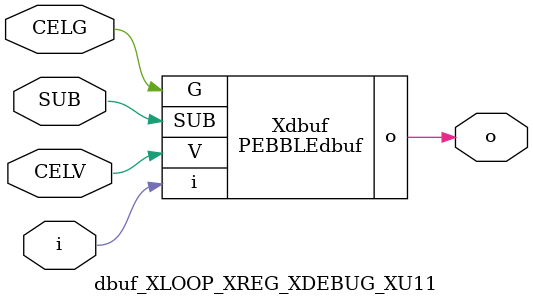
<source format=v>



module PEBBLEdbuf ( o, G, SUB, V, i );

  input V;
  input i;
  input G;
  output o;
  input SUB;
endmodule

//Celera Confidential Do Not Copy dbuf_XLOOP_XREG_XDEBUG_XU11
//Celera Confidential Symbol Generator
//Digital Buffer
module dbuf_XLOOP_XREG_XDEBUG_XU11 (CELV,CELG,i,o,SUB);
input CELV;
input CELG;
input i;
input SUB;
output o;

//Celera Confidential Do Not Copy dbuf
PEBBLEdbuf Xdbuf(
.V (CELV),
.i (i),
.o (o),
.SUB (SUB),
.G (CELG)
);
//,diesize,PEBBLEdbuf

//Celera Confidential Do Not Copy Module End
//Celera Schematic Generator
endmodule

</source>
